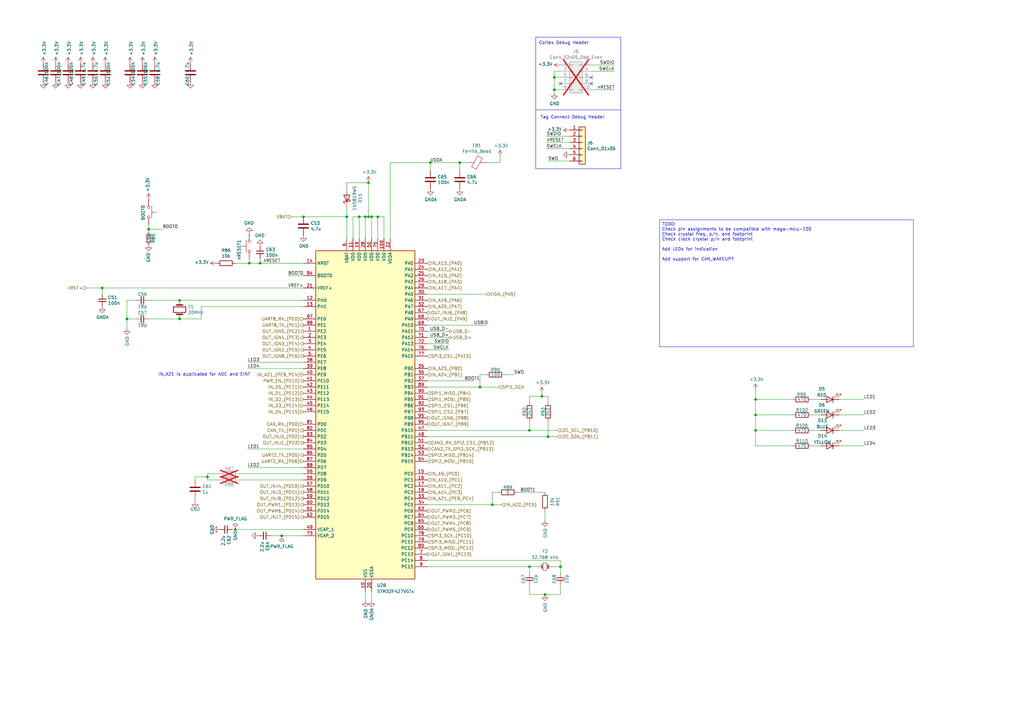
<source format=kicad_sch>
(kicad_sch (version 20250114) (generator "eeschema") (generator_version "9.0")
  (paper "A3")
  (title_block (title "rusEfi Proteus") (date "2022-04-09") (rev "v0.7") (company "rusEFI") (comment 1 "github.com/mck1117/proteus") (comment 2 "rusefi.com/s/proteus"))
  (text "IN_A21 is duplicated for ADC and EINT" (at 83.82 153.67 0) (effects (font (size 1.27 1.27))))
  (text "Cortex Debug Header" (at 220.98 18.415 0) (effects (font (size 1.27 1.27)) (justify left bottom)))
  (text "Tag Connect Debug Header" (at 221.615 48.895 0) (effects (font (size 1.27 1.27)) (justify left bottom)))
  (text_box "TODO:\nCheck pin assignments to be compatible with mega-mcu-100\nCheck crystal freq, p/n, and footprint\nCheck clock crystal p/n and footprint\n\nAdd LEDs for indication\n\nAdd support for CAN_WAKEUP?\n" (at 270.51 90.17 0) (size 104.14 52.07) (margins 0.9525 0.9525 0.9525 0.9525) (effects (font (size 1.27 1.27)) (justify left top)))
  (junction (at 222.25 162.56))
  (junction (at 152.4 88.9))
  (junction (at 151.13 88.9))
  (junction (at 149.86 88.9))
  (junction (at 227.33 31.75))
  (junction (at 196.85 158.75))
  (junction (at 217.17 232.41))
  (junction (at 41.91 118.11))
  (junction (at 85.09 195.58))
  (junction (at 176.53 66.675))
  (junction (at 102.235 107.95))
  (junction (at 309.88 170.18))
  (junction (at 73.66 123.19))
  (junction (at 309.88 176.53))
  (junction (at 309.88 163.83))
  (junction (at 96.52 217.17))
  (junction (at 217.17 176.53))
  (junction (at 151.13 74.93))
  (junction (at 115.57 219.71))
  (junction (at 224.79 179.07))
  (junction (at 201.93 207.01))
  (junction (at 52.07 130.81))
  (junction (at 223.52 243.84))
  (junction (at 188.595 66.675))
  (junction (at 147.32 88.9))
  (junction (at 124.46 88.9))
  (junction (at 142.24 88.9))
  (junction (at 154.94 88.9))
  (junction (at 227.33 36.83))
  (junction (at 60.96 93.98))
  (junction (at 73.66 130.81))
  (junction (at 106.68 107.95))
  (junction (at 229.87 232.41))
  (no_connect (at 229.87 34.29))
  (no_connect (at 242.57 34.29))
  (no_connect (at 242.57 31.75))
  (wire (pts (xy 97.79 194.31) (xy 124.46 194.31)))
  (wire (pts (xy 101.6 191.77) (xy 124.46 191.77)))
  (wire (pts (xy 41.91 118.11) (xy 124.46 118.11)))
  (wire (pts (xy 160.02 66.675) (xy 176.53 66.675)))
  (wire (pts (xy 55.88 123.19) (xy 52.07 123.19)))
  (wire (pts (xy 184.15 140.97) (xy 175.26 140.97)))
  (wire (pts (xy 188.595 66.675) (xy 191.77 66.675)))
  (wire (pts (xy 111.125 219.71) (xy 115.57 219.71)))
  (wire (pts (xy 229.87 229.87) (xy 229.87 232.41)))
  (wire (pts (xy 142.24 74.93) (xy 151.13 74.93)))
  (wire (pts (xy 152.4 88.9) (xy 154.94 88.9)))
  (wire (pts (xy 332.74 170.18) (xy 336.55 170.18)))
  (wire (pts (xy 142.24 85.09) (xy 142.24 88.9)))
  (wire (pts (xy 229.87 31.75) (xy 227.33 31.75)))
  (wire (pts (xy 217.17 162.56) (xy 222.25 162.56)))
  (wire (pts (xy 41.91 118.11) (xy 41.91 120.65)))
  (polyline (pts (xy 254.635 15.24) (xy 254.635 69.215)))
  (wire (pts (xy 157.48 88.9) (xy 157.48 97.79)))
  (wire (pts (xy 85.09 195.58) (xy 85.09 196.85)))
  (wire (pts (xy 175.26 229.87) (xy 229.87 229.87)))
  (wire (pts (xy 233.68 55.88) (xy 224.155 55.88)))
  (wire (pts (xy 201.93 201.93) (xy 201.93 207.01)))
  (wire (pts (xy 96.52 107.95) (xy 102.235 107.95)))
  (wire (pts (xy 147.32 88.9) (xy 147.32 97.79)))
  (wire (pts (xy 217.17 243.84) (xy 223.52 243.84)))
  (wire (pts (xy 344.17 170.18) (xy 354.33 170.18)))
  (wire (pts (xy 101.6 148.59) (xy 124.46 148.59)))
  (wire (pts (xy 142.24 77.47) (xy 142.24 74.93)))
  (wire (pts (xy 175.26 138.43) (xy 184.15 138.43)))
  (wire (pts (xy 223.52 209.55) (xy 223.52 213.36)))
  (wire (pts (xy 35.56 118.11) (xy 41.91 118.11)))
  (wire (pts (xy 82.55 125.73) (xy 124.46 125.73)))
  (wire (pts (xy 175.26 179.07) (xy 224.79 179.07)))
  (wire (pts (xy 102.235 106.045) (xy 102.235 107.95)))
  (wire (pts (xy 60.96 95.25) (xy 60.96 93.98)))
  (wire (pts (xy 205.74 207.01) (xy 201.93 207.01)))
  (wire (pts (xy 188.595 66.675) (xy 176.53 66.675)))
  (wire (pts (xy 154.94 88.9) (xy 157.48 88.9)))
  (wire (pts (xy 217.17 232.41) (xy 220.98 232.41)))
  (wire (pts (xy 252.095 36.83) (xy 242.57 36.83)))
  (wire (pts (xy 82.55 125.73) (xy 82.55 130.81)))
  (wire (pts (xy 175.26 156.21) (xy 194.31 156.21)))
  (wire (pts (xy 175.26 120.65) (xy 199.39 120.65)))
  (wire (pts (xy 52.07 123.19) (xy 52.07 130.81)))
  (wire (pts (xy 242.57 29.21) (xy 252.095 29.21)))
  (wire (pts (xy 204.47 201.93) (xy 201.93 201.93)))
  (wire (pts (xy 226.06 232.41) (xy 229.87 232.41)))
  (wire (pts (xy 309.88 170.18) (xy 309.88 176.53)))
  (wire (pts (xy 147.32 88.9) (xy 149.86 88.9)))
  (wire (pts (xy 154.94 88.9) (xy 154.94 97.79)))
  (wire (pts (xy 332.74 176.53) (xy 336.55 176.53)))
  (wire (pts (xy 119.38 88.9) (xy 124.46 88.9)))
  (wire (pts (xy 223.52 243.84) (xy 229.87 243.84)))
  (wire (pts (xy 175.26 133.35) (xy 199.39 133.35)))
  (wire (pts (xy 97.79 196.85) (xy 124.46 196.85)))
  (wire (pts (xy 227.33 31.75) (xy 227.33 29.21)))
  (wire (pts (xy 149.86 242.57) (xy 149.86 246.38)))
  (wire (pts (xy 160.02 66.675) (xy 160.02 97.79)))
  (wire (pts (xy 224.79 179.07) (xy 228.6 179.07)))
  (wire (pts (xy 85.09 194.31) (xy 85.09 195.58)))
  (wire (pts (xy 309.88 176.53) (xy 325.12 176.53)))
  (wire (pts (xy 184.15 143.51) (xy 175.26 143.51)))
  (wire (pts (xy 60.96 93.98) (xy 66.675 93.98)))
  (wire (pts (xy 217.17 232.41) (xy 217.17 234.95)))
  (wire (pts (xy 227.33 36.83) (xy 227.33 38.1)))
  (wire (pts (xy 309.88 163.83) (xy 309.88 170.18)))
  (wire (pts (xy 196.85 158.75) (xy 204.47 158.75)))
  (wire (pts (xy 332.74 163.83) (xy 336.55 163.83)))
  (wire (pts (xy 115.57 219.71) (xy 124.46 219.71)))
  (wire (pts (xy 85.09 196.85) (xy 90.17 196.85)))
  (wire (pts (xy 196.85 153.67) (xy 199.39 153.67)))
  (wire (pts (xy 217.17 165.1) (xy 217.17 162.56)))
  (wire (pts (xy 175.26 207.01) (xy 201.93 207.01)))
  (wire (pts (xy 212.09 201.93) (xy 223.52 201.93)))
  (wire (pts (xy 142.24 97.79) (xy 142.24 88.9)))
  (wire (pts (xy 188.595 69.85) (xy 188.595 66.675)))
  (wire (pts (xy 149.86 88.9) (xy 151.13 88.9)))
  (wire (pts (xy 106.68 107.95) (xy 106.68 106.045)))
  (wire (pts (xy 199.39 66.675) (xy 205.105 66.675)))
  (wire (pts (xy 90.17 194.31) (xy 85.09 194.31)))
  (wire (pts (xy 124.46 88.9) (xy 142.24 88.9)))
  (wire (pts (xy 144.78 97.79) (xy 144.78 88.9)))
  (wire (pts (xy 52.07 130.81) (xy 52.07 134.62)))
  (wire (pts (xy 309.88 163.83) (xy 325.12 163.83)))
  (wire (pts (xy 196.85 158.75) (xy 196.85 153.67)))
  (wire (pts (xy 106.68 107.95) (xy 124.46 107.95)))
  (wire (pts (xy 309.88 176.53) (xy 309.88 182.88)))
  (wire (pts (xy 101.6 151.13) (xy 124.46 151.13)))
  (wire (pts (xy 73.66 123.19) (xy 124.46 123.19)))
  (wire (pts (xy 229.87 243.84) (xy 229.87 240.03)))
  (wire (pts (xy 175.26 158.75) (xy 196.85 158.75)))
  (polyline (pts (xy 254.635 45.085) (xy 219.71 45.085)))
  (wire (pts (xy 152.4 246.38) (xy 152.4 242.57)))
  (wire (pts (xy 242.57 26.67) (xy 252.095 26.67)))
  (wire (pts (xy 227.33 29.21) (xy 229.87 29.21)))
  (wire (pts (xy 224.79 172.72) (xy 224.79 179.07)))
  (wire (pts (xy 224.155 58.42) (xy 233.68 58.42)))
  (wire (pts (xy 233.68 60.96) (xy 224.155 60.96)))
  (wire (pts (xy 217.17 176.53) (xy 228.6 176.53)))
  (wire (pts (xy 205.105 66.675) (xy 205.105 64.135)))
  (wire (pts (xy 229.87 36.83) (xy 227.33 36.83)))
  (wire (pts (xy 344.17 182.88) (xy 354.33 182.88)))
  (wire (pts (xy 152.4 88.9) (xy 152.4 97.79)))
  (wire (pts (xy 82.55 130.81) (xy 73.66 130.81)))
  (polyline (pts (xy 219.71 15.24) (xy 219.71 69.215)))
  (polyline (pts (xy 219.71 15.24) (xy 254.635 15.24)))
  (wire (pts (xy 175.26 232.41) (xy 217.17 232.41)))
  (wire (pts (xy 217.17 240.03) (xy 217.17 243.84)))
  (wire (pts (xy 176.53 66.675) (xy 176.53 69.85)))
  (wire (pts (xy 227.33 36.83) (xy 227.33 31.75)))
  (wire (pts (xy 184.15 135.89) (xy 175.26 135.89)))
  (wire (pts (xy 118.11 113.03) (xy 124.46 113.03)))
  (wire (pts (xy 124.46 217.17) (xy 96.52 217.17)))
  (wire (pts (xy 332.74 182.88) (xy 336.55 182.88)))
  (wire (pts (xy 149.86 88.9) (xy 149.86 97.79)))
  (wire (pts (xy 80.01 195.58) (xy 85.09 195.58)))
  (wire (pts (xy 96.52 217.17) (xy 95.25 217.17)))
  (wire (pts (xy 102.235 107.95) (xy 106.68 107.95)))
  (wire (pts (xy 207.01 153.67) (xy 210.82 153.67)))
  (wire (pts (xy 80.01 195.58) (xy 80.01 196.85)))
  (wire (pts (xy 80.01 204.47) (xy 80.01 205.74)))
  (wire (pts (xy 224.79 162.56) (xy 224.79 165.1)))
  (wire (pts (xy 229.87 232.41) (xy 229.87 234.95)))
  (wire (pts (xy 217.17 172.72) (xy 217.17 176.53)))
  (wire (pts (xy 309.88 170.18) (xy 325.12 170.18)))
  (wire (pts (xy 60.96 93.98) (xy 60.96 92.075)))
  (wire (pts (xy 60.96 130.81) (xy 73.66 130.81)))
  (wire (pts (xy 175.26 176.53) (xy 217.17 176.53)))
  (wire (pts (xy 144.78 88.9) (xy 147.32 88.9)))
  (wire (pts (xy 344.17 163.83) (xy 354.33 163.83)))
  (wire (pts (xy 101.6 184.15) (xy 124.46 184.15)))
  (polyline (pts (xy 219.71 69.215) (xy 254.635 69.215)))
  (wire (pts (xy 73.66 123.19) (xy 60.96 123.19)))
  (wire (pts (xy 151.13 88.9) (xy 152.4 88.9)))
  (wire (pts (xy 151.13 74.93) (xy 151.13 88.9)))
  (wire (pts (xy 222.25 162.56) (xy 224.79 162.56)))
  (wire (pts (xy 344.17 176.53) (xy 354.33 176.53)))
  (wire (pts (xy 309.88 182.88) (xy 325.12 182.88)))
  (wire (pts (xy 309.88 160.02) (xy 309.88 163.83)))
  (wire (pts (xy 224.79 66.04) (xy 233.68 66.04)))
  (wire (pts (xy 222.25 161.29) (xy 222.25 162.56)))
  (wire (pts (xy 52.07 130.81) (xy 55.88 130.81)))
  (label "SWO" (at 224.79 66.04 0))
  (label "USB_D-" (at 184.15 135.89 180))
  (label "SWDIO" (at 184.15 140.97 180))
  (label "LED1" (at 354.33 163.83 0))
  (label "SWCLK" (at 184.15 143.51 180))
  (label "LED2" (at 101.6 191.77 0))
  (label "BOOT0" (at 124.46 113.03 180))
  (label "LED4" (at 101.6 151.13 0))
  (label "SWDIO" (at 224.155 55.88 0))
  (label "BOOT1" (at 190.5 156.21 0))
  (label "SWCLK" (at 224.155 60.96 0))
  (label "SWDIO" (at 252.095 26.67 180))
  (label "BOOT0" (at 66.675 93.98 0))
  (label "LED3" (at 101.6 148.59 0))
  (label "BOOT1" (at 213.36 201.93 0))
  (label "SWCLK" (at 252.095 29.21 180))
  (label "LED2" (at 354.33 170.18 0))
  (label "LED4" (at 354.33 182.88 0))
  (label "USB_D+" (at 184.15 138.43 180))
  (label "nRESET" (at 107.95 107.95 0))
  (label "SWO" (at 210.82 153.67 0))
  (label "VDDA" (at 176.53 66.675 0))
  (label "nRESET" (at 224.155 58.42 0))
  (label "LED1" (at 101.6 184.15 0))
  (label "USBID" (at 194.31 133.35 0))
  (label "VREF+" (at 118.11 118.11 0))
  (label "nRESET" (at 252.095 36.83 180))
  (label "LED3" (at 354.33 176.53 0))
  (hierarchical_label "SPI1_MOSI_(PB5)" (shape input) (at 175.26 163.83 0))
  (hierarchical_label "OUT_INJ5_(PD2)" (shape output) (at 124.46 179.07 180))
  (hierarchical_label "IN_D4_(PE15)" (shape input) (at 124.46 168.91 180))
  (hierarchical_label "IN_A23_(PB0)" (shape input) (at 175.26 151.13 0))
  (hierarchical_label "UART8_TX_(PE1)" (shape output) (at 124.46 133.35 180))
  (hierarchical_label "IN_D3_(PE14)" (shape input) (at 124.46 166.37 180))
  (hierarchical_label "I2C_SDA_(PB11)" (shape input) (at 228.6 179.07 0))
  (hierarchical_label "IN_D1_(PE12)" (shape input) (at 124.46 161.29 180))
  (hierarchical_label "UART2_RX_(PD6)" (shape input) (at 124.46 189.23 180))
  (hierarchical_label "OUT_IGN6_(PB8)" (shape output) (at 175.26 171.45 0))
  (hierarchical_label "IN_A24_(PB1)" (shape input) (at 175.26 153.67 0))
  (hierarchical_label "SPI1_SCK" (shape input) (at 204.47 158.75 0))
  (hierarchical_label "OUT_INJ1_(PD3)" (shape output) (at 124.46 181.61 180))
  (hierarchical_label "OUT_INJ6_(PA8)" (shape output) (at 175.26 128.27 0))
  (hierarchical_label "IN_D2_(PE13)" (shape input) (at 124.46 163.83 180))
  (hierarchical_label "OUT_IGN2_(PE5)" (shape output) (at 124.46 143.51 180))
  (hierarchical_label "OUT_INJ4_(PD10)" (shape output) (at 124.46 199.39 180))
  (hierarchical_label "CAN2_RX_SPI2_CS1_(PB12)" (shape input) (at 175.26 181.61 0))
  (hierarchical_label "OUT_PWM3_(PC7)" (shape output) (at 175.26 212.09 0))
  (hierarchical_label "SPI1_CS1_(PB6)" (shape input) (at 175.26 166.37 0))
  (hierarchical_label "CAN_RX_(PD0)" (shape input) (at 124.46 173.99 180))
  (hierarchical_label "IN_A11_(PC2)" (shape input) (at 175.26 199.39 0))
  (hierarchical_label "SPI1_CS2_(PB7)" (shape input) (at 175.26 168.91 0))
  (hierarchical_label "PWR_EN_(PE10)" (shape output) (at 124.46 156.21 180))
  (hierarchical_label "UART8_RX_(PE0)" (shape input) (at 124.46 130.81 180))
  (hierarchical_label "USB_D+" (shape bidirectional) (at 184.15 138.43 0))
  (hierarchical_label "IN_A15_(PA2)" (shape input) (at 175.26 113.03 0))
  (hierarchical_label "IN_A19_(PA6)" (shape input) (at 175.26 123.19 0))
  (hierarchical_label "UART2_TX_(PD5)" (shape output) (at 124.46 186.69 180))
  (hierarchical_label "CAN_TX_(PD1)" (shape output) (at 124.46 176.53 180))
  (hierarchical_label "IN_D5_(PE11)" (shape input) (at 124.46 158.75 180))
  (hierarchical_label "OUT_PWM1_(PD13)" (shape output) (at 124.46 207.01 180))
  (hierarchical_label "OUT_PWM4_(PC8)" (shape output) (at 175.26 214.63 0))
  (hierarchical_label "I2C_SCL_(PB10)" (shape input) (at 228.6 176.53 0))
  (hierarchical_label "OUT_PWM2_(PC6)" (shape output) (at 175.26 209.55 0))
  (hierarchical_label "SPI3_MISO_(PC11)" (shape input) (at 175.26 222.25 0))
  (hierarchical_label "SPI2_MOSI_(PB15)" (shape input) (at 175.26 189.23 0))
  (hierarchical_label "SPI1_MISO_(PB4)" (shape input) (at 175.26 161.29 0))
  (hierarchical_label "IN_A21_(PE9_PC4)" (shape input) (at 124.46 153.67 180))
  (hierarchical_label "IN_A18_(PA3)" (shape input) (at 175.26 115.57 0))
  (hierarchical_label "OUT_INJ3_(PD11)" (shape output) (at 124.46 201.93 180))
  (hierarchical_label "IN_A10_(PC1)" (shape input) (at 175.26 196.85 0))
  (hierarchical_label "OUT_IGN5_(PE2)" (shape output) (at 124.46 135.89 180))
  (hierarchical_label "OUT_IGN8_(PE6)" (shape output) (at 124.46 146.05 180))
  (hierarchical_label "OUT_INJ7_(PD15)" (shape output) (at 124.46 212.09 180))
  (hierarchical_label "SPI2_MISO_(PB14)" (shape input) (at 175.26 186.69 0))
  (hierarchical_label "IN_A13_(PA0)" (shape input) (at 175.26 107.95 0))
  (hierarchical_label "OUT_IGN3_(PE4)" (shape output) (at 124.46 140.97 180))
  (hierarchical_label "VIGN_(PA5)" (shape input) (at 199.39 120.65 0))
  (hierarchical_label "OUT_INJ8_(PD12)" (shape output) (at 124.46 204.47 180))
  (hierarchical_label "OUT_IGN1_(PC13)" (shape output) (at 175.26 227.33 0))
  (hierarchical_label "CAN2_TX_SPI2_SCK_(PB13)" (shape output) (at 175.26 184.15 0))
  (hierarchical_label "OUT_PWM6_(PD14)" (shape output) (at 124.46 209.55 180))
  (hierarchical_label "IN_A12_(PA1)" (shape input) (at 175.26 110.49 0))
  (hierarchical_label "USB_D-" (shape bidirectional) (at 184.15 135.89 0))
  (hierarchical_label "OUT_INJ2_(PA9)" (shape output) (at 175.26 130.81 0))
  (hierarchical_label "VBAT" (shape input) (at 119.38 88.9 180))
  (hierarchical_label "OUT_IGN4_(PE3)" (shape output) (at 124.46 138.43 180))
  (hierarchical_label "OUT_PWM5_(PC9)" (shape output) (at 175.26 217.17 0))
  (hierarchical_label "OUT_IGN7_(PB9)" (shape output) (at 175.26 173.99 0))
  (hierarchical_label "IN_A20_(PA7)" (shape input) (at 175.26 125.73 0))
  (hierarchical_label "SPI3_SCK_(PC10)" (shape input) (at 175.26 219.71 0))
  (hierarchical_label "IN_A17_(PA4)" (shape input) (at 175.26 118.11 0))
  (hierarchical_label "IN_A21_(PE9_PC4)" (shape input) (at 175.26 204.47 0))
  (hierarchical_label "IN_A14_(PC3)" (shape input) (at 175.26 201.93 0))
  (hierarchical_label "VREF+" (shape input) (at 35.56 118.11 180))
  (hierarchical_label "SPI3_MOSI_(PC12)" (shape input) (at 175.26 224.79 0))
  (hierarchical_label "IN_A9_(PC0)" (shape input) (at 175.26 194.31 0))
  (hierarchical_label "IN_A22_(PC5)" (shape input) (at 205.74 207.01 0))
  (hierarchical_label "SPI3_CS1_(PA15)" (shape input) (at 175.26 146.05 0))
  (symbol (lib_id "Device:C") (at 43.18 29.845 0) (mirror x) (unit 1)
    (property "Reference" "C52" (at 44.45 31.115 90) (effects (justify left)))
    (property "Value" "100n" (at 44.45 25.4 90) (effects (justify left)))
    (property "Footprint" "Capacitor_SMD:C_0402_1005Metric" (effects (hide yes)))
    (property "LCSC" "C1525" (effects (hide yes)))
    (property "LCSC_ext" "0" (effects (hide yes)))
    (instances (project "proteus" (path "" (reference "C52") (unit 1))) (project "proteus" (path "" (reference "C1508") (unit 1))))
  )
  (symbol (lib_id "Device:C") (at 53.34 29.845 0) (mirror x) (unit 1)
    (property "Reference" "C54" (at 54.61 31.115 90) (effects (justify left)))
    (property "Value" "100n" (at 54.61 25.4 90) (effects (justify left)))
    (property "Footprint" "Capacitor_SMD:C_0402_1005Metric" (effects (hide yes)))
    (property "LCSC" "C1525" (effects (hide yes)))
    (property "LCSC_ext" "0" (effects (hide yes)))
    (instances (project "proteus" (path "" (reference "C54") (unit 1))) (project "proteus" (path "" (reference "C1510") (unit 1))))
  )
  (symbol (lib_id "Device:C") (at 58.42 29.845 0) (mirror x) (unit 1)
    (property "Reference" "C55" (at 59.69 31.115 90) (effects (justify left)))
    (property "Value" "100n" (at 59.69 25.4 90) (effects (justify left)))
    (property "Footprint" "Capacitor_SMD:C_0402_1005Metric" (effects (hide yes)))
    (property "LCSC" "C1525" (effects (hide yes)))
    (property "LCSC_ext" "0" (effects (hide yes)))
    (instances (project "proteus" (path "" (reference "C55") (unit 1))) (project "proteus" (path "" (reference "C1511") (unit 1))))
  )
  (symbol (lib_id "Device:C") (at 63.5 29.845 0) (mirror x) (unit 1)
    (property "Reference" "C58" (at 64.77 31.115 90) (effects (justify left)))
    (property "Value" "4.7u" (at 64.77 25.4 90) (effects (justify left)))
    (property "Footprint" "Capacitor_SMD:C_0603_1608Metric" (effects (hide yes)))
    (property "PN" "CGA3E2X7R1H103M080AA" (effects (hide yes)))
    (property "LCSC" "C19666" (effects (hide yes)))
    (property "LCSC_ext" "0" (effects (hide yes)))
    (instances (project "proteus" (path "" (reference "C58") (unit 1))) (project "proteus" (path "" (reference "C1512") (unit 1))))
  )
  (symbol (lib_id "power:GND") (at 22.86 33.655 0) (mirror y) (unit 1)
    (property "Reference" "#PWR0143" (effects (hide yes)))
    (property "Value" "GND" (effects (hide yes)))
    (instances (project "proteus" (path "" (reference "#PWR0143") (unit 1))) (project "proteus" (path "" (reference "#PWR01504") (unit 1))))
  )
  (symbol (lib_id "power:GND") (at 27.94 33.655 0) (mirror y) (unit 1)
    (property "Reference" "#PWR0147" (effects (hide yes)))
    (property "Value" "GND" (effects (hide yes)))
    (instances (project "proteus" (path "" (reference "#PWR0147") (unit 1))) (project "proteus" (path "" (reference "#PWR01505") (unit 1))))
  )
  (symbol (lib_id "power:GND") (at 33.02 33.655 0) (mirror y) (unit 1)
    (property "Reference" "#PWR0149" (effects (hide yes)))
    (property "Value" "GND" (effects (hide yes)))
    (instances (project "proteus" (path "" (reference "#PWR0149") (unit 1))) (project "proteus" (path "" (reference "#PWR01506") (unit 1))))
  )
  (symbol (lib_id "power:GND") (at 38.1 33.655 0) (mirror y) (unit 1)
    (property "Reference" "#PWR0151" (effects (hide yes)))
    (property "Value" "GND" (effects (hide yes)))
    (instances (project "proteus" (path "" (reference "#PWR0151") (unit 1))) (project "proteus" (path "" (reference "#PWR01507") (unit 1))))
  )
  (symbol (lib_id "power:GND") (at 43.18 33.655 0) (mirror y) (unit 1)
    (property "Reference" "#PWR0154" (effects (hide yes)))
    (property "Value" "GND" (effects (hide yes)))
    (instances (project "proteus" (path "" (reference "#PWR0154") (unit 1))) (project "proteus" (path "" (reference "#PWR01508") (unit 1))))
  )
  (symbol (lib_id "power:GND") (at 53.34 33.655 0) (mirror y) (unit 1)
    (property "Reference" "#PWR0159" (effects (hide yes)))
    (property "Value" "GND" (effects (hide yes)))
    (instances (project "proteus" (path "" (reference "#PWR0159") (unit 1))) (project "proteus" (path "" (reference "#PWR01510") (unit 1))))
  )
  (symbol (lib_id "power:GND") (at 58.42 33.655 0) (mirror y) (unit 1)
    (property "Reference" "#PWR0161" (effects (hide yes)))
    (property "Value" "GND" (effects (hide yes)))
    (instances (project "proteus" (path "" (reference "#PWR0161") (unit 1))) (project "proteus" (path "" (reference "#PWR01511") (unit 1))))
  )
  (symbol (lib_id "power:GND") (at 63.5 33.655 0) (mirror y) (unit 1)
    (property "Reference" "#PWR0165" (effects (hide yes)))
    (property "Value" "GND" (effects (hide yes)))
    (instances (project "proteus" (path "" (reference "#PWR0165") (unit 1))) (project "proteus" (path "" (reference "#PWR01512") (unit 1))))
  )
  (symbol (lib_id "Device:C") (at 78.105 29.845 180) (unit 1)
    (property "Reference" "C60" (at 76.835 31.115 90) (effects (justify left)))
    (property "Value" "4.7u" (at 76.835 25.4 90) (effects (justify left)))
    (property "Footprint" "Capacitor_SMD:C_0603_1608Metric" (effects (hide yes)))
    (property "PN" "CGA3E2X7R1H103M080AA" (effects (hide yes)))
    (property "LCSC" "C19666" (effects (hide yes)))
    (property "LCSC_ext" "0" (effects (hide yes)))
    (instances (project "proteus" (path "" (reference "C60") (unit 1))) (project "proteus" (path "" (reference "C1515") (unit 1))))
  )
  (symbol (lib_id "power:GND") (at 78.105 33.655 0) (unit 1)
    (property "Reference" "#PWR0169" (effects (hide yes)))
    (property "Value" "GND" (effects (hide yes)))
    (instances (project "proteus" (path "" (reference "#PWR0169") (unit 1))) (project "proteus" (path "" (reference "#PWR01515") (unit 1))))
  )
  (symbol (lib_id "Switch:SW_Push") (at 102.235 100.965 90) (unit 1)
    (property "Reference" "nRESET1" (at 98.044 98.298 0) (effects (justify right)))
    (property "Value" "SW_Push" (effects (hide yes)))
    (property "Footprint" "Button_Switch_SMD:SW_SPST_TS-1088-xR020" (effects (hide yes)))
    (property "LCSC" "C720477" (effects (hide yes)))
    (property "LCSC_ext" "0" (effects (hide yes)))
  )
  (symbol (lib_id "proteus-rescue:Ferrite_Bead-Device") (at 195.58 66.675 270) (unit 1)
    (property "Reference" "FB1" (at 195.58 59.7154 90))
    (property "Value" "Ferrite_Bead" (at 195.58 62.0268 90))
    (property "Footprint" "Inductor_SMD:L_0805_2012Metric" (effects (hide yes)))
    (property "LCSC" "C1015" (effects (hide yes)))
    (property "LCSC_ext" "0" (effects (hide yes)))
  )
  (symbol (lib_id "Device:C") (at 17.78 29.845 0) (mirror x) (unit 1)
    (property "Reference" "C46" (at 19.05 31.115 90) (effects (justify left)))
    (property "Value" "100n" (at 19.05 25.4 90) (effects (justify left)))
    (property "Footprint" "Capacitor_SMD:C_0402_1005Metric" (effects (hide yes)))
    (property "LCSC" "C1525" (effects (hide yes)))
    (property "LCSC_ext" "0" (effects (hide yes)))
    (instances (project "proteus" (path "" (reference "C46") (unit 1))) (project "proteus" (path "" (reference "C1503") (unit 1))))
  )
  (symbol (lib_id "Device:C") (at 22.86 29.845 0) (mirror x) (unit 1)
    (property "Reference" "C47" (at 24.13 31.115 90) (effects (justify left)))
    (property "Value" "100n" (at 24.13 25.4 90) (effects (justify left)))
    (property "Footprint" "Capacitor_SMD:C_0402_1005Metric" (effects (hide yes)))
    (property "LCSC" "C1525" (effects (hide yes)))
    (property "LCSC_ext" "0" (effects (hide yes)))
    (instances (project "proteus" (path "" (reference "C47") (unit 1))) (project "proteus" (path "" (reference "C1504") (unit 1))))
  )
  (symbol (lib_id "Device:C") (at 27.94 29.845 0) (mirror x) (unit 1)
    (property "Reference" "C48" (at 29.21 31.115 90) (effects (justify left)))
    (property "Value" "100n" (at 29.21 25.4 90) (effects (justify left)))
    (property "Footprint" "Capacitor_SMD:C_0402_1005Metric" (effects (hide yes)))
    (property "LCSC" "C1525" (effects (hide yes)))
    (property "LCSC_ext" "0" (effects (hide yes)))
    (instances (project "proteus" (path "" (reference "C48") (unit 1))) (project "proteus" (path "" (reference "C1505") (unit 1))))
  )
  (symbol (lib_id "Device:C") (at 33.02 29.845 0) (mirror x) (unit 1)
    (property "Reference" "C49" (at 34.29 31.115 90) (effects (justify left)))
    (property "Value" "4.7u" (at 34.29 25.4 90) (effects (justify left)))
    (property "Footprint" "Capacitor_SMD:C_0603_1608Metric" (effects (hide yes)))
    (property "PN" "CGA3E2X7R1H103M080AA" (effects (hide yes)))
    (property "LCSC" "C19666" (effects (hide yes)))
    (property "LCSC_ext" "0" (effects (hide yes)))
    (instances (project "proteus" (path "" (reference "C49") (unit 1))) (project "proteus" (path "" (reference "C1506") (unit 1))))
  )
  (symbol (lib_id "Device:C") (at 38.1 29.845 0) (mirror x) (unit 1)
    (property "Reference" "C50" (at 39.37 31.115 90) (effects (justify left)))
    (property "Value" "4.7u" (at 39.37 25.4 90) (effects (justify left)))
    (property "Footprint" "Capacitor_SMD:C_0603_1608Metric" (effects (hide yes)))
    (property "PN" "CGA3E2X7R1H103M080AA" (effects (hide yes)))
    (property "LCSC" "C19666" (effects (hide yes)))
    (property "LCSC_ext" "0" (effects (hide yes)))
    (instances (project "proteus" (path "" (reference "C50") (unit 1))) (project "proteus" (path "" (reference "C1507") (unit 1))))
  )
  (symbol (lib_id "power:GND") (at 17.78 33.655 0) (mirror y) (unit 1)
    (property "Reference" "#PWR0141" (effects (hide yes)))
    (property "Value" "GND" (effects (hide yes)))
    (instances (project "proteus" (path "" (reference "#PWR0141") (unit 1))) (project "proteus" (path "" (reference "#PWR01503") (unit 1))))
  )
  (symbol (lib_id "proteus-rescue:+3.3V-power") (at 205.105 64.135 0) (unit 1)
    (property "Reference" "#PWR0180" (effects (hide yes)))
    (property "Value" "+3.3V" (at 205.486 59.7408 0))
  )
  (symbol (lib_id "Device:C_Small") (at 106.68 103.505 0) (unit 1)
    (property "Reference" "C63" (at 109.0168 102.3366 0) (effects (justify left)))
    (property "Value" "100n" (at 109.0168 104.648 0) (effects (justify left)))
    (property "Footprint" "Capacitor_SMD:C_0402_1005Metric" (effects (hide yes)))
    (property "LCSC" "C1525" (effects (hide yes)))
    (property "LCSC_ext" "0" (effects (hide yes)))
  )
  (symbol (lib_id "Device:R") (at 92.71 107.95 270) (unit 1)
    (property "Reference" "R86" (at 92.71 102.6922 90))
    (property "Value" "10k" (at 92.71 105.0036 90))
    (property "Footprint" "Resistor_SMD:R_0402_1005Metric" (effects (hide yes)))
    (property "LCSC" "C25744" (effects (hide yes)))
    (property "LCSC_ext" "0" (effects (hide yes)))
  )
  (symbol (lib_id "proteus-rescue:+3.3V-power") (at 88.9 107.95 90) (unit 1)
    (property "Reference" "#PWR0171" (effects (hide yes)))
    (property "Value" "+3.3V" (at 85.6488 107.569 90) (effects (justify left)))
  )
  (symbol (lib_id "power:GND") (at 106.68 100.965 180) (unit 1)
    (property "Reference" "#PWR0175" (effects (hide yes)))
    (property "Value" "GND" (at 106.553 96.5708 0))
  )
  (symbol (lib_id "Device:C_Small") (at 58.42 123.19 270) (unit 1)
    (property "Reference" "C56" (at 58.42 120.65 90))
    (property "Value" "18p" (at 58.42 125.73 90))
    (property "Footprint" "Capacitor_SMD:C_0402_1005Metric" (effects (hide yes)))
    (property "LCSC" "C1549" (effects (hide yes)))
    (property "LCSC_ext" "0" (effects (hide yes)))
  )
  (symbol (lib_id "Device:C_Small") (at 58.42 130.81 270) (unit 1)
    (property "Reference" "C57" (at 58.42 128.27 90))
    (property "Value" "18p" (at 58.42 133.35 90))
    (property "Footprint" "Capacitor_SMD:C_0402_1005Metric" (effects (hide yes)))
    (property "LCSC" "C1549" (effects (hide yes)))
    (property "LCSC_ext" "0" (effects (hide yes)))
  )
  (symbol (lib_id "power:GND") (at 52.07 134.62 0) (unit 1)
    (property "Reference" "#PWR0157" (effects (hide yes)))
    (property "Value" "GND" (at 52.197 137.8712 90) (effects (justify right)))
  )
  (symbol (lib_id "Connector_Generic:Conn_02x05_Odd_Even") (at 234.95 31.75 0) (unit 1) (on_board no) (dnp yes)
    (property "Reference" "J5" (at 236.22 21.1582 0))
    (property "Value" "Conn_02x05_Odd_Even" (at 236.22 23.4696 0))
    (property "Footprint" "Connector_PinHeader_1.27mm:PinHeader_2x05_P1.27mm_Vertical_SMD" (effects (hide yes)))
    (property "PN" "FTSH-105-01-F-DV-007-K" (effects (hide yes)))
    (property "LCSC" "DNP" (effects (hide yes)))
    (instances (project "proteus" (path "" (reference "J5") (unit 1))) (project "proteus" (path "" (reference "J1502") (unit 1))))
  )
  (symbol (lib_id "power:GND") (at 227.33 38.1 0) (unit 1)
    (property "Reference" "#PWR0184" (effects (hide yes)))
    (property "Value" "GND" (at 227.457 42.4942 0))
    (instances (project "proteus" (path "" (reference "#PWR0184") (unit 1))) (project "proteus" (path "" (reference "#PWR01518") (unit 1))))
  )
  (symbol (lib_id "proteus-rescue:+3.3V-power") (at 229.87 26.67 90) (unit 1)
    (property "Reference" "#PWR0185" (effects (hide yes)))
    (property "Value" "+3.3V" (at 226.6188 26.289 90) (effects (justify left)))
    (instances (project "proteus" (path "" (reference "#PWR0185") (unit 1))) (project "proteus" (path "" (reference "#PWR01502") (unit 1)) (path "" (reference "#PWR01502") (unit 1))))
  )
  (symbol (lib_id "Switch:SW_Push") (at 60.96 86.995 270) (mirror x) (unit 1)
    (property "Reference" "BOOT0" (at 58.674 84.074 0) (effects (justify right)))
    (property "Value" "SW_Push" (effects (hide yes)))
    (property "Footprint" "Button_Switch_SMD:SW_SPST_TS-1088-xR020" (effects (hide yes)))
    (property "LCSC" "C720477" (effects (hide yes)))
    (property "LCSC_ext" "1" (effects (hide yes)))
  )
  (symbol (lib_id "power:GND") (at 60.96 100.33 0) (mirror y) (unit 1)
    (property "Reference" "#PWR0163" (effects (hide yes)))
    (property "Value" "GND" (at 60.833 103.5812 90) (effects (justify right)))
  )
  (symbol (lib_id "Device:R_Small") (at 60.96 97.79 0) (mirror y) (unit 1)
    (property "Reference" "R85" (at 62.865 97.79 90))
    (property "Value" "10k" (at 60.96 97.79 90))
    (property "Footprint" "Resistor_SMD:R_0402_1005Metric" (effects (hide yes)))
    (property "LCSC" "C25744" (effects (hide yes)))
    (property "LCSC_ext" "0" (effects (hide yes)))
  )
  (symbol (lib_id "proteus-rescue:+3.3V-power") (at 60.96 81.915 0) (mirror y) (unit 1)
    (property "Reference" "#PWR0162" (effects (hide yes)))
    (property "Value" "+3.3V" (at 60.579 78.6638 90) (effects (justify left)))
  )
  (symbol (lib_id "proteus-rescue:+3.3V-power") (at 17.78 26.035 0) (unit 1)
    (property "Reference" "#PWR0140" (effects (hide yes)))
    (property "Value" "+3.3V" (at 18.161 22.7838 90) (effects (justify left)))
    (instances (project "proteus" (path "" (reference "#PWR0140") (unit 1))) (project "proteus" (path "" (reference "#PWR0256") (unit 1)) (path "" (reference "#PWR0256") (unit 1))))
  )
  (symbol (lib_id "proteus-rescue:+3.3V-power") (at 22.86 26.035 0) (unit 1)
    (property "Reference" "#PWR0142" (effects (hide yes)))
    (property "Value" "+3.3V" (at 23.241 22.7838 90) (effects (justify left)))
    (instances (project "proteus" (path "" (reference "#PWR0142") (unit 1))) (project "proteus" (path "" (reference "#PWR0257") (unit 1)) (path "" (reference "#PWR0257") (unit 1))))
  )
  (symbol (lib_id "proteus-rescue:+3.3V-power") (at 27.94 26.035 0) (unit 1)
    (property "Reference" "#PWR0146" (effects (hide yes)))
    (property "Value" "+3.3V" (at 28.321 22.7838 90) (effects (justify left)))
    (instances (project "proteus" (path "" (reference "#PWR0146") (unit 1))) (project "proteus" (path "" (reference "#PWR0258") (unit 1)) (path "" (reference "#PWR0258") (unit 1))))
  )
  (symbol (lib_id "proteus-rescue:+3.3V-power") (at 33.02 26.035 0) (unit 1)
    (property "Reference" "#PWR0148" (effects (hide yes)))
    (property "Value" "+3.3V" (at 33.401 22.7838 90) (effects (justify left)))
    (instances (project "proteus" (path "" (reference "#PWR0148") (unit 1))) (project "proteus" (path "" (reference "#PWR0259") (unit 1)) (path "" (reference "#PWR0259") (unit 1))))
  )
  (symbol (lib_id "proteus-rescue:+3.3V-power") (at 38.1 26.035 0) (unit 1)
    (property "Reference" "#PWR0150" (effects (hide yes)))
    (property "Value" "+3.3V" (at 38.481 22.7838 90) (effects (justify left)))
    (instances (project "proteus" (path "" (reference "#PWR0150") (unit 1))) (project "proteus" (path "" (reference "#PWR0260") (unit 1)) (path "" (reference "#PWR0260") (unit 1))))
  )
  (symbol (lib_id "proteus-rescue:+3.3V-power") (at 43.18 26.035 0) (unit 1)
    (property "Reference" "#PWR0153" (effects (hide yes)))
    (property "Value" "+3.3V" (at 43.561 22.7838 90) (effects (justify left)))
    (instances (project "proteus" (path "" (reference "#PWR0153") (unit 1))) (project "proteus" (path "" (reference "#PWR0261") (unit 1)) (path "" (reference "#PWR0261") (unit 1))))
  )
  (symbol (lib_id "proteus-rescue:+3.3V-power") (at 53.34 26.035 0) (unit 1)
    (property "Reference" "#PWR0158" (effects (hide yes)))
    (property "Value" "+3.3V" (at 53.721 22.7838 90) (effects (justify left)))
    (instances (project "proteus" (path "" (reference "#PWR0158") (unit 1))) (project "proteus" (path "" (reference "#PWR0263") (unit 1)) (path "" (reference "#PWR0263") (unit 1))))
  )
  (symbol (lib_id "proteus-rescue:+3.3V-power") (at 58.42 26.035 0) (unit 1)
    (property "Reference" "#PWR0160" (effects (hide yes)))
    (property "Value" "+3.3V" (at 58.801 22.7838 90) (effects (justify left)))
    (instances (project "proteus" (path "" (reference "#PWR0160") (unit 1))) (project "proteus" (path "" (reference "#PWR0264") (unit 1)) (path "" (reference "#PWR0264") (unit 1))))
  )
  (symbol (lib_id "proteus-rescue:+3.3V-power") (at 63.5 26.035 0) (unit 1)
    (property "Reference" "#PWR0164" (effects (hide yes)))
    (property "Value" "+3.3V" (at 63.881 22.7838 90) (effects (justify left)))
    (instances (project "proteus" (path "" (reference "#PWR0164") (unit 1))) (project "proteus" (path "" (reference "#PWR0265") (unit 1)) (path "" (reference "#PWR0265") (unit 1))))
  )
  (symbol (lib_id "proteus-rescue:+3.3V-power") (at 78.105 26.035 0) (unit 1)
    (property "Reference" "#PWR0168" (effects (hide yes)))
    (property "Value" "+3.3V" (at 78.486 22.7838 90) (effects (justify left)))
    (instances (project "proteus" (path "" (reference "#PWR0168") (unit 1))) (project "proteus" (path "" (reference "#PWR0268") (unit 1)) (path "" (reference "#PWR0268") (unit 1))))
  )
  (symbol (lib_id "Device:Crystal") (at 73.66 127 270) (unit 1)
    (property "Reference" "Y1" (at 76.9874 125.8316 90) (effects (justify left)))
    (property "Value" "20MHz" (at 76.9874 128.143 90) (effects (justify left)))
    (property "Footprint" "Crystal:Crystal_SMD_5032-2Pin_5.0x3.2mm" (effects (hide yes)))
    (property "LCSC" "C112566" (effects (hide yes)))
    (property "LCSC_ext" "0" (effects (hide yes)))
  )
  (symbol (lib_id "Connector_Generic:Conn_01x06") (at 238.76 58.42 0) (unit 1) (in_bom no)
    (property "Reference" "J6" (at 240.792 58.6232 0) (effects (justify left)))
    (property "Value" "Conn_01x06" (at 240.792 60.9346 0) (effects (justify left)))
    (property "Footprint" "Connector:Tag-Connect_TC2030-IDC-NL_2x03_P1.27mm_Vertical" (effects (hide yes)))
    (property "LCSC" "DNP" (effects (hide yes)))
    (instances (project "proteus" (path "" (reference "J6") (unit 1))) (project "proteus" (path "" (reference "J4") (unit 1))))
  )
  (symbol (lib_id "power:GND") (at 233.68 63.5 270) (unit 1)
    (property "Reference" "#PWR0187" (effects (hide yes)))
    (property "Value" "GND" (effects (hide yes)))
    (instances (project "proteus" (path "" (reference "#PWR0187") (unit 1))) (project "proteus" (path "" (reference "#PWR0331") (unit 1))))
  )
  (symbol (lib_id "proteus-rescue:+3.3V-power") (at 233.68 53.34 90) (unit 1)
    (property "Reference" "#PWR0186" (effects (hide yes)))
    (property "Value" "+3.3V" (at 230.4288 52.959 90) (effects (justify left)))
    (instances (project "proteus" (path "" (reference "#PWR0186") (unit 1))) (project "proteus" (path "" (reference "#PWR0332") (unit 1)) (path "" (reference "#PWR0332") (unit 1))))
  )
  (symbol (lib_id "Device:R") (at 208.28 201.93 90) (unit 1)
    (property "Reference" "R89" (at 208.28 199.898 90))
    (property "Value" "0" (at 208.28 201.93 90))
    (property "Footprint" "Resistor_SMD:R_0603_1608Metric" (effects (hide yes)))
    (property "Description" "Resistor" (effects (hide yes)))
    (property "LCSC" "C21189" (effects (hide yes)))
  )
  (symbol (lib_id "Device:C_Small") (at 229.87 237.49 0) (unit 1)
    (property "Reference" "C68" (at 227.33 237.49 90))
    (property "Value" "12p" (at 232.41 237.49 90))
    (property "Footprint" "Capacitor_SMD:C_0402_1005Metric" (effects (hide yes)))
    (property "LCSC" "C1547" (effects (hide yes)))
    (property "LCSC_ext" "0" (effects (hide yes)))
  )
  (symbol (lib_id "Device:C_Small") (at 108.585 219.71 270) (unit 1)
    (property "Reference" "C64" (at 109.7534 222.0468 0) (effects (justify left)))
    (property "Value" "2.2u" (at 107.442 222.0468 0) (effects (justify left)))
    (property "Footprint" "Capacitor_SMD:C_0603_1608Metric" (effects (hide yes)))
    (property "LCSC" "C23630" (effects (hide yes)))
    (property "LCSC_ext" "0" (effects (hide yes)))
  )
  (symbol (lib_id "power:GND") (at 102.235 95.885 180) (unit 1)
    (property "Reference" "#PWR0173" (effects (hide yes)))
    (property "Value" "GND" (at 102.108 91.4908 0))
  )
  (symbol (lib_id "Device:LED") (at 340.36 170.18 180) (unit 1)
    (property "Reference" "D6" (at 337.058 166.116 0))
    (property "Value" "GREEN" (at 337.058 168.656 0))
    (property "Footprint" "LED_SMD:LED_0805_2012Metric" (effects (hide yes)))
    (property "Description" "Light emitting diode" (effects (hide yes)))
    (property "Sim.Pins" "1=K 2=A" (effects (hide yes)))
    (property "LCSC" "C2297" (effects (hide yes)))
  )
  (symbol (lib_id "Device:C") (at 176.53 73.66 0) (unit 1)
    (property "Reference" "C65" (at 179.451 72.4916 0) (effects (justify left)))
    (property "Value" "100n" (at 179.451 74.803 0) (effects (justify left)))
    (property "Footprint" "Capacitor_SMD:C_0402_1005Metric" (effects (hide yes)))
    (property "LCSC" "C1525" (effects (hide yes)))
    (property "LCSC_ext" "0" (effects (hide yes)))
  )
  (symbol (lib_id "power:PWR_FLAG") (at 115.57 219.71 180) (unit 1)
    (property "Reference" "#FLG07" (effects (hide yes)))
    (property "Value" "PWR_FLAG" (at 115.57 224.1042 0))
  )
  (symbol (lib_id "Device:R") (at 328.93 182.88 90) (unit 1)
    (property "Reference" "R110" (at 328.93 180.848 90))
    (property "Value" "470" (at 328.93 182.88 90))
    (property "Footprint" "Resistor_SMD:R_0402_1005Metric" (effects (hide yes)))
    (property "Description" "Resistor" (effects (hide yes)))
    (property "LCSC" "C25117" (effects (hide yes)))
  )
  (symbol (lib_id "MCU_ST_STM32F4:STM32F427VGTx") (at 149.86 171.45 0) (unit 1)
    (property "Reference" "U26" (at 154.5433 240.03 0) (effects (justify left)))
    (property "Value" "STM32F427VGTx" (at 154.5433 242.57 0) (effects (justify left)))
    (property "Footprint" "Package_QFP:LQFP-100_14x14mm_P0.5mm" (effects (hide yes)))
    (property "Datasheet" "https://www.st.com/resource/en/datasheet/stm32f427vg.pdf" (effects (hide yes)))
    (property "Description" "STMicroelectronics Arm Cortex-M4 MCU, 1024KB flash, 256KB RAM, 180 MHz, 1.8-3.6V, 82 GPIO, LQFP100" (effects (hide yes)))
    (property "LCSC" "C117815" (effects (hide yes)))
  )
  (symbol (lib_id "Device:R") (at 203.2 153.67 90) (unit 1)
    (property "Reference" "R90" (at 203.2 151.638 90))
    (property "Value" "100" (at 203.2 153.67 90))
    (property "Footprint" "Resistor_SMD:R_0603_1608Metric" (effects (hide yes)))
    (property "Description" "Resistor" (effects (hide yes)))
    (property "LCSC" "C22775" (effects (hide yes)))
  )
  (symbol (lib_id "proteus-rescue:+3.3V-power") (at 222.25 161.29 0) (unit 1)
    (property "Reference" "#PWR0182" (effects (hide yes)))
    (property "Value" "+3.3V" (at 222.631 156.8958 0))
  )
  (symbol (lib_id "power:GND") (at 41.91 125.73 0) (unit 1)
    (property "Reference" "#PWR0152" (effects (hide yes)))
    (property "Value" "GNDA" (at 42.037 130.1242 0))
  )
  (symbol (lib_id "proteus-rescue:+3.3V-power") (at 151.13 74.93 0) (unit 1)
    (property "Reference" "#PWR0176" (effects (hide yes)))
    (property "Value" "+3.3V" (at 151.511 70.5358 0))
  )
  (symbol (lib_id "Device:LED") (at 340.36 176.53 180) (unit 1)
    (property "Reference" "D13" (at 337.312 172.466 0))
    (property "Value" "BLUE" (at 337.312 175.006 0))
    (property "Footprint" "LED_SMD:LED_0805_2012Metric" (effects (hide yes)))
    (property "Description" "Light emitting diode" (effects (hide yes)))
    (property "Sim.Pins" "1=K 2=A" (effects (hide yes)))
    (property "LCSC" "C34499" (effects (hide yes)))
    (property "Note" "Actually white" (effects (hide yes)))
  )
  (symbol (lib_id "Device:C_Small") (at 92.71 217.17 270) (unit 1)
    (property "Reference" "C62" (at 93.8784 219.5068 0) (effects (justify left)))
    (property "Value" "2.2u" (at 91.567 219.5068 0) (effects (justify left)))
    (property "Footprint" "Capacitor_SMD:C_0603_1608Metric" (effects (hide yes)))
    (property "LCSC" "C23630" (effects (hide yes)))
    (property "LCSC_ext" "0" (effects (hide yes)))
  )
  (symbol (lib_id "power:GND") (at 106.045 219.71 270) (unit 1)
    (property "Reference" "#PWR0174" (effects (hide yes)))
    (property "Value" "GND" (at 96.52 219.71 0))
  )
  (symbol (lib_id "Device:D_Schottky") (at 142.24 81.28 90) (unit 1)
    (property "Reference" "D15" (at 147.7264 81.28 0))
    (property "Value" "1N5819WS" (at 145.415 81.28 0))
    (property "Footprint" "Diode_SMD:D_SOD-123" (effects (hide yes)))
    (property "LCSC" "C191023" (effects (hide yes)))
    (property "LCSC_ext" "0" (effects (hide yes)))
  )
  (symbol (lib_id "power:GND") (at 124.46 96.52 0) (unit 1)
    (property "Reference" "#PWR0101" (effects (hide yes)))
    (property "Value" "GND" (at 124.587 100.9142 0))
  )
  (symbol (lib_id "Device:R") (at 223.52 205.74 0) (mirror y) (unit 1)
    (property "Reference" "R91" (at 228.7778 205.74 90))
    (property "Value" "10k" (at 226.4664 205.74 90))
    (property "Footprint" "Resistor_SMD:R_0402_1005Metric" (effects (hide yes)))
    (property "LCSC" "C25744" (effects (hide yes)))
    (property "LCSC_ext" "0" (effects (hide yes)))
  )
  (symbol (lib_id "Device:R") (at 217.17 168.91 180) (unit 1)
    (property "Reference" "R92" (at 215.138 168.91 90))
    (property "Value" "2k2" (at 217.17 168.91 90))
    (property "Footprint" "Resistor_SMD:R_0603_1608Metric" (effects (hide yes)))
    (property "Description" "Resistor" (effects (hide yes)))
    (property "LCSC" "C4190" (effects (hide yes)))
  )
  (symbol (lib_id "power:GND") (at 176.53 77.47 0) (unit 1)
    (property "Reference" "#PWR0178" (effects (hide yes)))
    (property "Value" "GNDA" (at 176.657 81.8642 0))
  )
  (symbol (lib_id "Device:LED") (at 340.36 163.83 180) (unit 1)
    (property "Reference" "D5" (at 337.058 159.512 0))
    (property "Value" "RED" (at 337.058 162.052 0))
    (property "Footprint" "LED_SMD:LED_0805_2012Metric" (effects (hide yes)))
    (property "Description" "Light emitting diode" (effects (hide yes)))
    (property "Sim.Pins" "1=K 2=A" (effects (hide yes)))
    (property "LCSC" "C84256" (effects (hide yes)))
  )
  (symbol (lib_id "Device:R") (at 328.93 176.53 90) (unit 1)
    (property "Reference" "R106" (at 328.93 174.498 90))
    (property "Value" "470" (at 328.93 176.53 90))
    (property "Footprint" "Resistor_SMD:R_0402_1005Metric" (effects (hide yes)))
    (property "Description" "Resistor" (effects (hide yes)))
    (property "LCSC" "C25117" (effects (hide yes)))
  )
  (symbol (lib_id "power:GND") (at 188.595 77.47 0) (unit 1)
    (property "Reference" "#PWR0179" (effects (hide yes)))
    (property "Value" "GNDA" (at 188.722 81.8642 0))
  )
  (symbol (lib_id "power:GND") (at 223.52 243.84 0) (unit 1)
    (property "Reference" "#PWR0183" (effects (hide yes)))
    (property "Value" "GND" (at 223.647 247.0912 90) (effects (justify right)))
  )
  (symbol (lib_id "power:GND") (at 80.01 205.74 0) (unit 1)
    (property "Reference" "#PWR0170" (effects (hide yes)))
    (property "Value" "GND" (at 80.01 208.915 0))
  )
  (symbol (lib_id "Device:C") (at 124.46 92.71 0) (unit 1)
    (property "Reference" "C53" (at 127.381 91.5416 0) (effects (justify left)))
    (property "Value" "4.7u" (at 127.381 93.853 0) (effects (justify left)))
    (property "Footprint" "Capacitor_SMD:C_0603_1608Metric" (effects (hide yes)))
    (property "LCSC" "C19666" (effects (hide yes)))
    (property "LCSC_ext" "0" (effects (hide yes)))
  )
  (symbol (lib_id "Device:C") (at 80.01 200.66 0) (unit 1)
    (property "Reference" "C61" (at 82.931 199.4916 0) (effects (justify left)))
    (property "Value" "1u" (at 82.931 201.803 0) (effects (justify left)))
    (property "Footprint" "Capacitor_SMD:C_0603_1608Metric" (effects (hide yes)))
    (property "LCSC" "C15849" (effects (hide yes)))
    (property "LCSC_ext" "0" (effects (hide yes)))
  )
  (symbol (lib_id "power:GND") (at 149.86 246.38 0) (unit 1)
    (property "Reference" "#PWR0177" (effects (hide yes)))
    (property "Value" "GND" (at 149.987 249.6312 90) (effects (justify right)))
  )
  (symbol (lib_id "Device:C_Small") (at 41.91 123.19 0) (unit 1)
    (property "Reference" "C51" (at 44.2468 122.0216 0) (effects (justify left)))
    (property "Value" "100n" (at 44.2468 124.333 0) (effects (justify left)))
    (property "Footprint" "Capacitor_SMD:C_0402_1005Metric" (effects (hide yes)))
    (property "LCSC" "C1525" (effects (hide yes)))
    (property "LCSC_ext" "0" (effects (hide yes)))
  )
  (symbol (lib_id "power:GNDA") (at 152.4 246.38 0) (unit 1)
    (property "Reference" "#PWR0144" (effects (hide yes)))
    (property "Value" "GNDA" (at 152.4 251.968 90))
    (property "Description" "Power symbol creates a global label with name \"GNDA\" , analog ground" (effects (hide yes)))
  )
  (symbol (lib_id "Device:R") (at 328.93 170.18 90) (unit 1)
    (property "Reference" "R102" (at 328.93 168.148 90))
    (property "Value" "470" (at 328.93 170.18 90))
    (property "Footprint" "Resistor_SMD:R_0402_1005Metric" (effects (hide yes)))
    (property "Description" "Resistor" (effects (hide yes)))
    (property "LCSC" "C25117" (effects (hide yes)))
  )
  (symbol (lib_id "Device:Crystal_Small") (at 223.52 232.41 180) (unit 1)
    (property "Reference" "Y2" (at 223.52 226.06 0))
    (property "Value" "32.768 kHz" (at 223.52 228.6 0))
    (property "Footprint" "Crystal:Crystal_SMD_2012-2Pin_2.0x1.2mm" (effects (hide yes)))
    (property "Description" "Two pin crystal, small symbol" (effects (hide yes)))
    (property "LCSC" "C99009" (effects (hide yes)))
  )
  (symbol (lib_id "Device:LED") (at 340.36 182.88 180) (unit 1)
    (property "Reference" "D14" (at 337.312 178.816 0))
    (property "Value" "YELLOW" (at 337.312 181.356 0))
    (property "Footprint" "LED_SMD:LED_0805_2012Metric" (effects (hide yes)))
    (property "Description" "Light emitting diode" (effects (hide yes)))
    (property "Sim.Pins" "1=K 2=A" (effects (hide yes)))
    (property "LCSC" "C2296" (effects (hide yes)))
  )
  (symbol (lib_id "power:PWR_FLAG") (at 96.52 217.17 0) (unit 1)
    (property "Reference" "#FLG06" (effects (hide yes)))
    (property "Value" "PWR_FLAG" (at 96.52 212.7758 0))
  )
  (symbol (lib_id "Device:R") (at 93.98 194.31 90) (unit 1) (dnp yes)
    (property "Reference" "R87" (at 93.98 192.278 90))
    (property "Value" "DNP" (at 93.98 194.31 90))
    (property "Footprint" "Resistor_SMD:R_0805_2012Metric_Pad1.20x1.40mm_HandSolder" (effects (hide yes)))
    (property "Description" "Resistor" (effects (hide yes)))
    (property "LCSC" "DNP" (effects (hide yes)))
  )
  (symbol (lib_id "power:GND") (at 223.52 213.36 0) (unit 1)
    (property "Reference" "#PWR0181" (effects (hide yes)))
    (property "Value" "GND" (at 223.647 216.6112 90) (effects (justify right)))
  )
  (symbol (lib_id "Device:R") (at 224.79 168.91 180) (unit 1)
    (property "Reference" "R93" (at 222.758 168.91 90))
    (property "Value" "2k2" (at 224.79 168.91 90))
    (property "Footprint" "Resistor_SMD:R_0603_1608Metric" (effects (hide yes)))
    (property "Description" "Resistor" (effects (hide yes)))
    (property "LCSC" "C4190" (effects (hide yes)))
  )
  (symbol (lib_id "Device:C_Small") (at 217.17 237.49 0) (unit 1)
    (property "Reference" "C67" (at 214.63 237.49 90))
    (property "Value" "12p" (at 219.71 237.49 90))
    (property "Footprint" "Capacitor_SMD:C_0402_1005Metric" (effects (hide yes)))
    (property "LCSC" "C1547" (effects (hide yes)))
    (property "LCSC_ext" "0" (effects (hide yes)))
  )
  (symbol (lib_id "power:GND") (at 90.17 217.17 270) (unit 1)
    (property "Reference" "#PWR0172" (effects (hide yes)))
    (property "Value" "GND" (at 86.995 217.17 0))
  )
  (symbol (lib_id "proteus-rescue:+3.3V-power") (at 309.88 160.02 0) (unit 1)
    (property "Reference" "#PWR0100" (effects (hide yes)))
    (property "Value" "+3.3V" (at 310.261 155.6258 0))
  )
  (symbol (lib_id "Device:R") (at 328.93 163.83 90) (unit 1)
    (property "Reference" "R99" (at 328.676 161.798 90))
    (property "Value" "470" (at 328.93 163.83 90))
    (property "Footprint" "Resistor_SMD:R_0402_1005Metric" (effects (hide yes)))
    (property "Description" "Resistor" (effects (hide yes)))
    (property "LCSC" "C25117" (effects (hide yes)))
  )
  (symbol (lib_id "Device:R") (at 93.98 196.85 90) (mirror x) (unit 1) (dnp yes)
    (property "Reference" "R88" (at 93.98 198.882 90))
    (property "Value" "DNP" (at 93.98 196.85 90))
    (property "Footprint" "Resistor_SMD:R_0805_2012Metric_Pad1.20x1.40mm_HandSolder" (effects (hide yes)))
    (property "Description" "Resistor" (effects (hide yes)))
    (property "LCSC" "DNP" (effects (hide yes)))
  )
  (symbol (lib_id "Device:C") (at 188.595 73.66 0) (unit 1)
    (property "Reference" "C66" (at 191.516 72.4916 0) (effects (justify left)))
    (property "Value" "4.7u" (at 191.516 74.803 0) (effects (justify left)))
    (property "Footprint" "Capacitor_SMD:C_0603_1608Metric" (effects (hide yes)))
    (property "LCSC" "C19666" (effects (hide yes)))
    (property "LCSC_ext" "0" (effects (hide yes)))
  )
)
</source>
